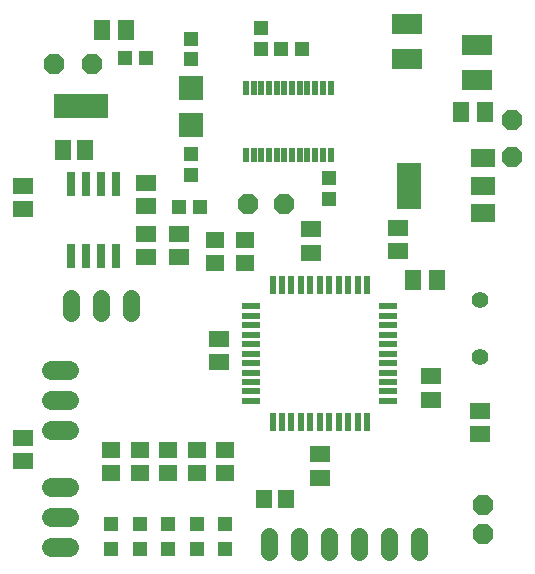
<source format=gts>
G75*
%MOIN*%
%OFA0B0*%
%FSLAX24Y24*%
%IPPOS*%
%LPD*%
%AMOC8*
5,1,8,0,0,1.08239X$1,22.5*
%
%ADD10R,0.0670X0.0552*%
%ADD11R,0.0453X0.0465*%
%ADD12R,0.0465X0.0453*%
%ADD13R,0.0985X0.0670*%
%ADD14R,0.0552X0.0670*%
%ADD15R,0.0631X0.0237*%
%ADD16R,0.0237X0.0631*%
%ADD17R,0.0512X0.0512*%
%ADD18OC8,0.0670*%
%ADD19C,0.0560*%
%ADD20C,0.0560*%
%ADD21R,0.0631X0.0552*%
%ADD22R,0.0552X0.0631*%
%ADD23C,0.0640*%
%ADD24R,0.0300X0.0840*%
%ADD25R,0.0827X0.0631*%
%ADD26R,0.0827X0.1536*%
%ADD27R,0.0197X0.0512*%
%ADD28R,0.0827X0.0827*%
%ADD29R,0.1812X0.0827*%
D10*
X005110Y007686D03*
X005110Y008474D03*
X009210Y014506D03*
X009210Y015254D03*
X009210Y016206D03*
X009210Y016954D03*
X010310Y015254D03*
X010310Y014506D03*
X011660Y011774D03*
X011660Y010986D03*
X015010Y007924D03*
X015010Y007136D03*
X018710Y009736D03*
X018710Y010524D03*
X020360Y009374D03*
X020360Y008586D03*
X017610Y014686D03*
X017610Y015474D03*
X014710Y015424D03*
X014710Y014636D03*
X005110Y016086D03*
X005110Y016874D03*
D11*
X008515Y021130D03*
X009204Y021130D03*
X013715Y021430D03*
X014404Y021430D03*
X011004Y016180D03*
X010315Y016180D03*
D12*
X010710Y017236D03*
X010710Y017924D03*
X010710Y021086D03*
X010710Y021774D03*
X013060Y021436D03*
X013060Y022124D03*
X015310Y017124D03*
X015310Y016436D03*
D13*
X017910Y021089D03*
X017910Y022271D03*
X020260Y021571D03*
X020260Y020389D03*
D14*
X020503Y019330D03*
X019716Y019330D03*
X018903Y013730D03*
X018116Y013730D03*
X008553Y022080D03*
X007766Y022080D03*
X007184Y018080D03*
X006435Y018080D03*
D15*
X012726Y012855D03*
X012726Y012540D03*
X012726Y012225D03*
X012726Y011910D03*
X012726Y011595D03*
X012726Y011280D03*
X012726Y010965D03*
X012726Y010650D03*
X012726Y010335D03*
X012726Y010020D03*
X012726Y009705D03*
X017293Y009705D03*
X017293Y010020D03*
X017293Y010335D03*
X017293Y010650D03*
X017293Y010965D03*
X017293Y011280D03*
X017293Y011595D03*
X017293Y011910D03*
X017293Y012225D03*
X017293Y012540D03*
X017293Y012855D03*
D16*
X016584Y013563D03*
X016269Y013563D03*
X015954Y013563D03*
X015639Y013563D03*
X015324Y013563D03*
X015010Y013563D03*
X014695Y013563D03*
X014380Y013563D03*
X014065Y013563D03*
X013750Y013563D03*
X013435Y013563D03*
X013435Y008997D03*
X013750Y008997D03*
X014065Y008997D03*
X014380Y008997D03*
X014695Y008997D03*
X015010Y008997D03*
X015324Y008997D03*
X015639Y008997D03*
X015954Y008997D03*
X016269Y008997D03*
X016584Y008997D03*
D17*
X011860Y005593D03*
X011860Y004767D03*
X010910Y004767D03*
X010910Y005593D03*
X009960Y005593D03*
X009960Y004767D03*
X009010Y004767D03*
X009010Y005593D03*
X008060Y005593D03*
X008060Y004767D03*
D18*
X012610Y016280D03*
X013810Y016280D03*
X007410Y020930D03*
X006160Y020930D03*
X020460Y006230D03*
X020460Y005280D03*
X021410Y017830D03*
X021410Y019080D03*
D19*
X008710Y013140D02*
X008710Y012620D01*
X007710Y012620D02*
X007710Y013140D01*
X006710Y013140D02*
X006710Y012620D01*
X013310Y005190D02*
X013310Y004670D01*
X014310Y004670D02*
X014310Y005190D01*
X015310Y005190D02*
X015310Y004670D01*
X016310Y004670D02*
X016310Y005190D01*
X017310Y005190D02*
X017310Y004670D01*
X018310Y004670D02*
X018310Y005190D01*
D20*
X020360Y011180D03*
X020360Y013080D03*
D21*
X012510Y014306D03*
X012510Y015054D03*
X011510Y015054D03*
X011510Y014306D03*
X011860Y008054D03*
X011860Y007306D03*
X010910Y007306D03*
X010910Y008054D03*
X009960Y008054D03*
X009960Y007306D03*
X009010Y007306D03*
X009010Y008054D03*
X008060Y008054D03*
X008060Y007306D03*
D22*
X013135Y006430D03*
X013884Y006430D03*
D23*
X006660Y004830D02*
X006060Y004830D01*
X006060Y005830D02*
X006660Y005830D01*
X006660Y006830D02*
X006060Y006830D01*
X006060Y008730D02*
X006660Y008730D01*
X006660Y009730D02*
X006060Y009730D01*
X006060Y010730D02*
X006660Y010730D01*
D24*
X006710Y014520D03*
X007210Y014520D03*
X007710Y014520D03*
X008210Y014520D03*
X008210Y016940D03*
X007710Y016940D03*
X007210Y016940D03*
X006710Y016940D03*
D25*
X020450Y016880D03*
X020450Y015974D03*
X020450Y017786D03*
D26*
X017969Y016880D03*
D27*
X015367Y017902D03*
X015111Y017902D03*
X014855Y017902D03*
X014599Y017902D03*
X014343Y017902D03*
X014087Y017902D03*
X013832Y017902D03*
X013576Y017902D03*
X013320Y017902D03*
X013064Y017902D03*
X012808Y017902D03*
X012552Y017902D03*
X012552Y020146D03*
X012808Y020146D03*
X013064Y020146D03*
X013320Y020146D03*
X013576Y020146D03*
X013832Y020146D03*
X014087Y020146D03*
X014343Y020146D03*
X014599Y020146D03*
X014855Y020146D03*
X015111Y020146D03*
X015367Y020146D03*
D28*
X010710Y020148D03*
X010710Y018912D03*
D29*
X007048Y019530D03*
M02*

</source>
